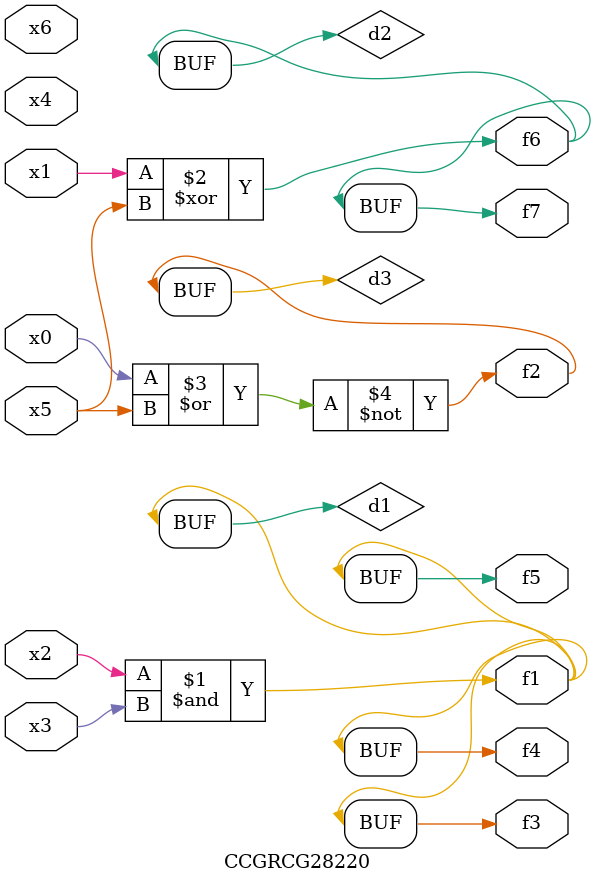
<source format=v>
module CCGRCG28220(
	input x0, x1, x2, x3, x4, x5, x6,
	output f1, f2, f3, f4, f5, f6, f7
);

	wire d1, d2, d3;

	and (d1, x2, x3);
	xor (d2, x1, x5);
	nor (d3, x0, x5);
	assign f1 = d1;
	assign f2 = d3;
	assign f3 = d1;
	assign f4 = d1;
	assign f5 = d1;
	assign f6 = d2;
	assign f7 = d2;
endmodule

</source>
